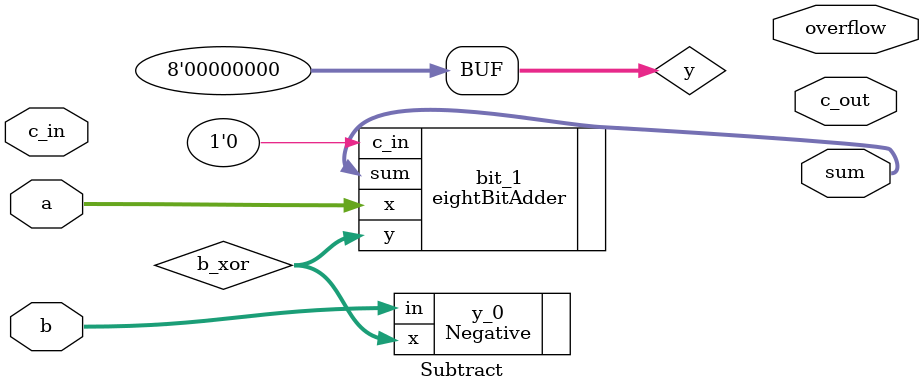
<source format=v>
`timescale 1ns / 1ps
module Subtract(a, b, c_in, overflow, c_out, sum);
	input wire [7:0] a, b;
	input wire c_in;
	output wire overflow, c_out; 
	output wire [7:0]sum;
	
	//wire 1bit;
	/*wire c_out_1, c_out_2, c_out_3, c_out_4, c_out_5, c_out_6, c_out_7, c_out_8;
	wire sum_0, sum_1, sum_2, sum_3, sum_4, sum_5, sum_6, sum_7;*/ 
	wire [7:0] b_xor;
	wire [7:0] y;
	assign y = 8'b00000000;
	
	
	Negative y_0(.in(b), .x(b_xor));
	
	/*assign b[0] = b[0]^c_in;
	assign b[1] = b[1]^c_in;
	assign b[2] = b[2]^c_in;
	assign b[3] = b[3]^c_in;
	assign b[4] = b[4]^c_in;
	assign b[5] = b[5]^c_in;
	assign b[6] = b[6]^c_in;
	assign b[7] = b[7]^c_in;*/
	
	/*FullAdder bit_0(.a(a[0]), .b(b_xor[0]), .cin(c_in), .s(sum_0), .cout(c_out_1)); 
	FullAdder bit_1(.a(a[1]), .b(b_xor[1]), .cin(c_out_1), .s(sum_1), .cout(c_out_2)); 
	FullAdder bit_2(.a(a[2]), .b(b_xor[2]), .cin(c_out_2), .s(sum_2), .cout(c_out_3));
	FullAdder bit_3(.a(a[3]), .b(b_xor[3]), .cin(c_out_3), .s(sum_3), .cout(c_out_4));
	FullAdder bit_4(.a(a[4]), .b(b_xor[4]), .cin(c_out_4), .s(sum_4), .cout(c_out_5));
	FullAdder bit_5(.a(a[5]), .b(b_xor[5]), .cin(c_out_5), .s(sum_5), .cout(c_out_6));
	FullAdder bit_6(.a(a[6]), .b(b_xor[6]), .cin(c_out_6), .s(sum_6), .cout(c_out_7));
	FullAdder bit_7(.a(a[7]), .b(b_xor[7]), .cin(c_out_7), .s(sum_7), .cout(c_out_8));
	
	assign overflow = c_out_7 ^ c_out_8;
	assign c_out = c_out_8;
	assign sum = {sum_7, sum_6, sum_5, sum_4, sum_3, sum_2, sum_1, sum_0};*/
	eightBitAdder bit_1(.x(a), .y(b_xor), .c_in(1'b0), .sum(sum));
	
	
endmodule
	



</source>
